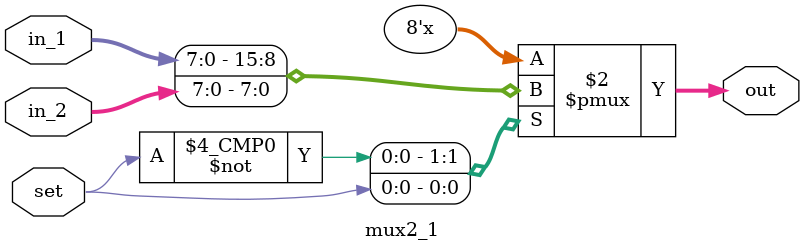
<source format=v>
module mux2_1 (in_1, in_2, set, out);

//////////////////////////////////
input [7:0] in_1, in_2;
input set;


output reg [7:0] out;
///////////////////////////////////


always@(*)begin
	case(set)
		1'b0: out = in_1;
		1'b1: out = in_2;
	
	endcase

end



endmodule

</source>
